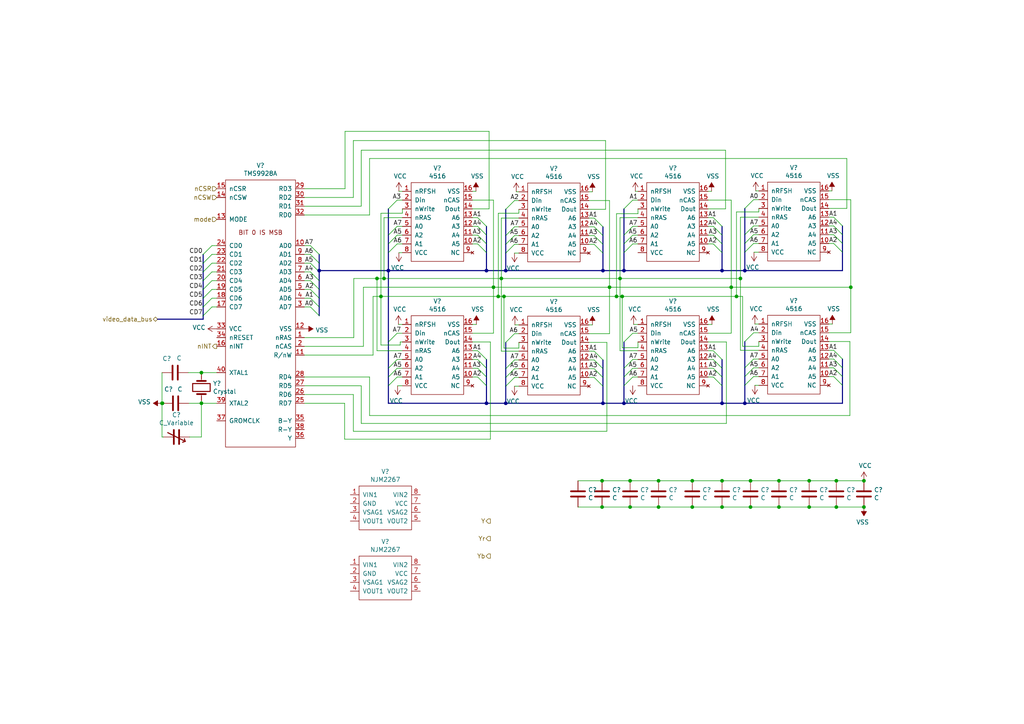
<source format=kicad_sch>
(kicad_sch (version 20211123) (generator eeschema)
  (paper "A4")
  (lib_symbols
    (symbol "Device:C" (pin_numbers hide) (pin_names (offset 0.254))
      (property "Reference" "C" (at 0.635 2.54 0))
      (property "Value" "C" (at 0.635 -2.54 0))
      (symbol "C_0_1"
        (polyline (pts (xy -2.032 -0.762) (xy 2.032 -0.762)) (stroke (width 0.508)))
        (polyline (pts (xy -2.032 0.762) (xy 2.032 0.762)) (stroke (width 0.508)))
      )
      (symbol "C_1_1"
        (pin passive line (at 0 3.81 270) (length 2.794) (name "~") (number "1"))
        (pin passive line (at 0 -3.81 90) (length 2.794) (name "~") (number "2"))
      )
    )
    (symbol "Device:C_Variable" (pin_numbers hide) (pin_names (offset 0.254) hide)
      (property "Reference" "C" (at 0.635 -1.905 0))
      (property "Value" "C_Variable" (at 0.635 -3.81 0))
      (symbol "C_Variable_0_1"
        (polyline (pts (xy -2.032 -0.762) (xy 2.032 -0.762)) (stroke (width 0.508)))
        (polyline (pts (xy -2.032 0.762) (xy 2.032 0.762)) (stroke (width 0.508)))
        (polyline (pts (xy 1.27 2.54) (xy -1.27 -2.54)) (stroke (width 0.3048)))
        (polyline (pts (xy 1.27 2.54) (xy 0.508 2.286)) (stroke (width 0.3048)))
        (polyline (pts (xy 1.27 2.54) (xy 1.524 1.778)) (stroke (width 0.3048)))
      )
      (symbol "C_Variable_1_1"
        (pin passive line (at 0 3.81 270) (length 3.048) (name "~") (number "1"))
        (pin passive line (at 0 -3.81 90) (length 3.048) (name "~") (number "2"))
      )
    )
    (symbol "Device:Crystal" (pin_numbers hide) (pin_names (offset 1.016) hide)
      (property "Reference" "Y" (at 0 3.81 0))
      (property "Value" "Crystal" (at 0 -3.81 0))
      (symbol "Crystal_0_1"
        (rectangle (start -1.143 2.54) (end 1.143 -2.54) (stroke (width 0.3048)))
        (polyline (pts (xy -2.54 0) (xy -1.905 0)))
        (polyline (pts (xy -1.905 -1.27) (xy -1.905 1.27)) (stroke (width 0.508)))
        (polyline (pts (xy 1.905 -1.27) (xy 1.905 1.27)) (stroke (width 0.508)))
        (polyline (pts (xy 2.54 0) (xy 1.905 0)))
      )
      (symbol "Crystal_1_1"
        (pin passive line (at -3.81 0 0) (length 1.27) (name "1") (number "1"))
        (pin passive line (at 3.81 0 180) (length 1.27) (name "2") (number "2"))
      )
    )
    (symbol "VINTAGE_PC_VIDEO:4516" (pin_names (offset 1.016))
      (property "Reference" "V" (at 0 7.62 0))
      (property "Value" "4516" (at 0 5.08 0))
      (symbol "4516_0_1"
        (rectangle (start -7.62 3.81) (end 7.62 -19.05))
      )
      (symbol "4516_1_1"
        (pin input line (at -10.16 1.27 0) (length 2.54) (name "nRFSH") (number "1"))
        (pin input line (at 10.16 -13.97 180) (length 2.54) (name "A5") (number "10"))
        (pin input line (at 10.16 -11.43 180) (length 2.54) (name "A4") (number "11"))
        (pin input line (at 10.16 -8.89 180) (length 2.54) (name "A3") (number "12"))
        (pin input line (at 10.16 -6.35 180) (length 2.54) (name "A6") (number "13"))
        (pin output line (at 10.16 -3.81 180) (length 2.54) (name "Dout") (number "14"))
        (pin input line (at 10.16 -1.27 180) (length 2.54) (name "nCAS") (number "15"))
        (pin power_in line (at 10.16 1.27 180) (length 2.54) (name "VSS") (number "16"))
        (pin input line (at -10.16 -1.27 0) (length 2.54) (name "Din") (number "2"))
        (pin input line (at -10.16 -3.81 0) (length 2.54) (name "nWrite") (number "3"))
        (pin input line (at -10.16 -6.35 0) (length 2.54) (name "nRAS") (number "4"))
        (pin input line (at -10.16 -8.89 0) (length 2.54) (name "A0") (number "5"))
        (pin input line (at -10.16 -11.43 0) (length 2.54) (name "A2") (number "6"))
        (pin input line (at -10.16 -13.97 0) (length 2.54) (name "A1") (number "7"))
        (pin power_in line (at -10.16 -16.51 0) (length 2.54) (name "VCC") (number "8"))
        (pin no_connect line (at 10.16 -16.51 180) (length 2.54) (name "NC") (number "9"))
      )
    )
    (symbol "VINTAGE_PC_VIDEO:NJM2267" (pin_names (offset 1.016))
      (property "Reference" "V" (at 0 6.35 0))
      (property "Value" "NJM2267" (at 0 3.81 0))
      (symbol "NJM2267_0_1"
        (rectangle (start -7.62 2.54) (end 7.62 -10.16))
      )
      (symbol "NJM2267_1_1"
        (pin input line (at -10.16 0 0) (length 2.54) (name "VIN1") (number "1"))
        (pin power_in line (at -10.16 -2.54 0) (length 2.54) (name "GND") (number "2"))
        (pin input line (at -10.16 -5.08 0) (length 2.54) (name "VSAG1") (number "3"))
        (pin output line (at -10.16 -7.62 0) (length 2.54) (name "VOUT1") (number "4"))
        (pin output line (at 10.16 -7.62 180) (length 2.54) (name "VOUT2") (number "5"))
        (pin input line (at 10.16 -5.08 180) (length 2.54) (name "VSAG2") (number "6"))
        (pin power_in line (at 10.16 -2.54 180) (length 2.54) (name "VCC") (number "7"))
        (pin input line (at 10.16 0 180) (length 2.54) (name "VIN2") (number "8"))
      )
    )
    (symbol "VINTAGE_PC_VIDEO:TMS9928A" (pin_names (offset 1.016))
      (property "Reference" "V" (at 0 11.43 0))
      (property "Value" "TMS9928A" (at 0 8.89 0))
      (symbol "TMS9928A_0_0"
        (text "BIT 0 IS MSB" (at 0 -7.62 0) (effects (font (size 1.27 1.27))))
      )
      (symbol "TMS9928A_0_1"
        (rectangle (start -10.16 7.62) (end 10.16 -69.85))
      )
      (symbol "TMS9928A_1_1"
        (pin output line (at 12.7 -38.1 180) (length 2.54) (name "nRAS") (number "1"))
        (pin output line (at 12.7 -11.43 180) (length 2.54) (name "AD0") (number "10"))
        (pin output line (at 12.7 -43.18 180) (length 2.54) (name "R/nW") (number "11"))
        (pin power_in line (at 12.7 -35.56 180) (length 2.54) (name "VSS") (number "12"))
        (pin input line (at -12.7 -3.81 0) (length 2.54) (name "MODE") (number "13"))
        (pin input line (at -12.7 2.54 0) (length 2.54) (name "nCSW") (number "14"))
        (pin input line (at -12.7 5.08 0) (length 2.54) (name "nCSR") (number "15"))
        (pin output line (at -12.7 -40.64 0) (length 2.54) (name "nINT") (number "16"))
        (pin bidirectional line (at -12.7 -29.21 0) (length 2.54) (name "CD7") (number "17"))
        (pin bidirectional line (at -12.7 -26.67 0) (length 2.54) (name "CD6") (number "18"))
        (pin bidirectional line (at -12.7 -24.13 0) (length 2.54) (name "CD5") (number "19"))
        (pin output line (at 12.7 -40.64 180) (length 2.54) (name "nCAS") (number "2"))
        (pin bidirectional line (at -12.7 -21.59 0) (length 2.54) (name "CD4") (number "20"))
        (pin bidirectional line (at -12.7 -19.05 0) (length 2.54) (name "CD3") (number "21"))
        (pin bidirectional line (at -12.7 -16.51 0) (length 2.54) (name "CD2") (number "22"))
        (pin bidirectional line (at -12.7 -13.97 0) (length 2.54) (name "CD1") (number "23"))
        (pin bidirectional line (at -12.7 -11.43 0) (length 2.54) (name "CD0") (number "24"))
        (pin output line (at 12.7 -57.15 180) (length 2.54) (name "RD7") (number "25"))
        (pin output line (at 12.7 -54.61 180) (length 2.54) (name "RD6") (number "26"))
        (pin output line (at 12.7 -52.07 180) (length 2.54) (name "RD5") (number "27"))
        (pin output line (at 12.7 -49.53 180) (length 2.54) (name "RD4") (number "28"))
        (pin bidirectional line (at 12.7 5.08 180) (length 2.54) (name "RD3") (number "29"))
        (pin output line (at 12.7 -29.21 180) (length 2.54) (name "AD7") (number "3"))
        (pin bidirectional line (at 12.7 2.54 180) (length 2.54) (name "RD2") (number "30"))
        (pin bidirectional line (at 12.7 0 180) (length 2.54) (name "RD1") (number "31"))
        (pin bidirectional line (at 12.7 -2.54 180) (length 2.54) (name "RD0") (number "32"))
        (pin power_in line (at -12.7 -35.56 0) (length 2.54) (name "VCC") (number "33"))
        (pin input line (at -12.7 -38.1 0) (length 2.54) (name "nRESET") (number "34"))
        (pin output line (at 12.7 -62.23 180) (length 2.54) (name "B-Y") (number "35"))
        (pin output line (at 12.7 -67.31 180) (length 2.54) (name "Y") (number "36"))
        (pin output line (at -12.7 -62.23 0) (length 2.54) (name "GROMCLK") (number "37"))
        (pin output line (at 12.7 -64.77 180) (length 2.54) (name "R-Y") (number "38"))
        (pin bidirectional line (at -12.7 -57.15 0) (length 2.54) (name "XTAL2") (number "39"))
        (pin output line (at 12.7 -26.67 180) (length 2.54) (name "AD6") (number "4"))
        (pin input line (at -12.7 -48.26 0) (length 2.54) (name "XTAL1") (number "40"))
        (pin output line (at 12.7 -24.13 180) (length 2.54) (name "AD5") (number "5"))
        (pin output line (at 12.7 -21.59 180) (length 2.54) (name "AD4") (number "6"))
        (pin output line (at 12.7 -19.05 180) (length 2.54) (name "AD3") (number "7"))
        (pin output line (at 12.7 -16.51 180) (length 2.54) (name "AD2") (number "8"))
        (pin output line (at 12.7 -13.97 180) (length 2.54) (name "AD1") (number "9"))
      )
    )
    (symbol "power:VCC" (power) (pin_names (offset 0))
      (property "Value" "VCC" (at 0 3.81 0))
      (symbol "VCC_0_1"
        (polyline (pts (xy -0.762 1.27) (xy 0 2.54)))
        (polyline (pts (xy 0 0) (xy 0 2.54)))
        (polyline (pts (xy 0 2.54) (xy 0.762 1.27)))
      )
      (symbol "VCC_1_1"
        (pin power_in line (at 0 0 90) (length 0) hide (name "VCC") (number "1"))
      )
    )
    (symbol "power:VSS" (power) (pin_names (offset 0))
      (property "Value" "VSS" (at 0 3.81 0))
      (symbol "VSS_0_1"
        (polyline (pts (xy 0 0) (xy 0 2.54)))
        (polyline (pts (xy 0.762 1.27) (xy -0.762 1.27) (xy 0 2.54) (xy 0.762 1.27)) (fill (type outline)))
      )
      (symbol "VSS_1_1"
        (pin power_in line (at 0 0 90) (length 0) hide (name "VSS") (number "1"))
      )
    )
  )
  (junction (at 180.467 85.979))
  (junction (at 109.347 80.772))
  (junction (at 146.685 78.486))
  (junction (at 242.57 139.446))
  (junction (at 47.117 116.967))
  (junction (at 191.008 147.066))
  (junction (at 92.583 78.486))
  (junction (at 111.379 80.772))
  (junction (at 242.57 147.066))
  (junction (at 145.415 80.772))
  (junction (at 174.879 78.486))
  (junction (at 179.832 80.772))
  (junction (at 146.685 116.967))
  (junction (at 234.696 147.066))
  (junction (at 46.99 116.967))
  (junction (at 182.753 139.446))
  (junction (at 176.784 83.312))
  (junction (at 191.008 139.446))
  (junction (at 141.097 116.967))
  (junction (at 250.571 139.446))
  (junction (at 174.879 116.967))
  (junction (at 141.097 78.486))
  (junction (at 250.571 147.066))
  (junction (at 209.423 116.967))
  (junction (at 216.027 78.486))
  (junction (at 200.787 147.066))
  (junction (at 200.787 139.446))
  (junction (at 180.975 78.486))
  (junction (at 212.09 83.312))
  (junction (at 246.761 83.312))
  (junction (at 174.625 139.446))
  (junction (at 225.933 147.066))
  (junction (at 174.625 147.066))
  (junction (at 112.649 78.486))
  (junction (at 178.816 85.979))
  (junction (at 214.757 80.772))
  (junction (at 209.423 147.066))
  (junction (at 213.614 85.979))
  (junction (at 209.423 139.446))
  (junction (at 58.42 116.967))
  (junction (at 110.49 85.979))
  (junction (at 209.423 78.486))
  (junction (at 144.526 85.979))
  (junction (at 58.42 108.077))
  (junction (at 216.027 116.967))
  (junction (at 180.975 116.967))
  (junction (at 146.177 85.979))
  (junction (at 182.753 147.066))
  (junction (at 217.678 139.446))
  (junction (at 143.129 83.312))
  (junction (at 234.696 139.446))
  (junction (at 217.678 147.066))
  (junction (at 225.933 139.446))
  (bus_entry (at 90.043 78.867) (size 2.54 2.54))
  (bus_entry (at 149.225 109.474) (size -2.54 2.54))
  (bus_entry (at 115.189 65.659) (size -2.54 2.54))
  (bus_entry (at 183.515 65.659) (size -2.54 2.54))
  (bus_entry (at 172.339 70.866) (size 2.54 2.54))
  (bus_entry (at 90.043 73.787) (size 2.54 2.54))
  (bus_entry (at 149.225 106.934) (size -2.54 2.54))
  (bus_entry (at 115.189 104.267) (size -2.54 2.54))
  (bus_entry (at 183.515 70.739) (size -2.54 2.54))
  (bus_entry (at 183.515 68.199) (size -2.54 2.54))
  (bus_entry (at 149.225 58.166) (size -2.54 2.54))
  (bus_entry (at 90.043 89.027) (size 2.54 2.54))
  (bus_entry (at 218.567 68.072) (size -2.54 2.54))
  (bus_entry (at 218.567 57.912) (size -2.54 2.54))
  (bus_entry (at 149.225 70.866) (size -2.54 2.54))
  (bus_entry (at 61.468 76.327) (size -2.54 2.54))
  (bus_entry (at 183.515 96.647) (size -2.54 2.54))
  (bus_entry (at 172.339 104.394) (size 2.54 2.54))
  (bus_entry (at 218.567 65.532) (size -2.54 2.54))
  (bus_entry (at 241.808 62.992) (size 2.54 2.54))
  (bus_entry (at 138.557 106.807) (size 2.54 2.54))
  (bus_entry (at 149.225 96.774) (size -2.54 2.54))
  (bus_entry (at 90.043 86.487) (size 2.54 2.54))
  (bus_entry (at 115.189 68.199) (size -2.54 2.54))
  (bus_entry (at 241.808 65.532) (size 2.54 2.54))
  (bus_entry (at 61.468 89.027) (size -2.54 2.54))
  (bus_entry (at 172.339 63.246) (size 2.54 2.54))
  (bus_entry (at 206.883 70.739) (size 2.54 2.54))
  (bus_entry (at 115.189 109.347) (size -2.54 2.54))
  (bus_entry (at 90.043 83.947) (size 2.54 2.54))
  (bus_entry (at 61.468 86.487) (size -2.54 2.54))
  (bus_entry (at 241.808 106.68) (size 2.54 2.54))
  (bus_entry (at 115.189 96.647) (size -2.54 2.54))
  (bus_entry (at 218.567 106.68) (size -2.54 2.54))
  (bus_entry (at 61.468 71.247) (size -2.54 2.54))
  (bus_entry (at 172.339 109.474) (size 2.54 2.54))
  (bus_entry (at 206.883 109.347) (size 2.54 2.54))
  (bus_entry (at 241.808 68.072) (size 2.54 2.54))
  (bus_entry (at 138.557 63.119) (size 2.54 2.54))
  (bus_entry (at 115.189 106.807) (size -2.54 2.54))
  (bus_entry (at 206.883 101.727) (size 2.54 2.54))
  (bus_entry (at 61.468 81.407) (size -2.54 2.54))
  (bus_entry (at 61.468 78.867) (size -2.54 2.54))
  (bus_entry (at 149.225 68.326) (size -2.54 2.54))
  (bus_entry (at 183.515 58.039) (size -2.54 2.54))
  (bus_entry (at 172.339 68.326) (size 2.54 2.54))
  (bus_entry (at 218.567 70.612) (size -2.54 2.54))
  (bus_entry (at 218.567 109.22) (size -2.54 2.54))
  (bus_entry (at 149.225 104.394) (size -2.54 2.54))
  (bus_entry (at 218.567 104.14) (size -2.54 2.54))
  (bus_entry (at 115.189 58.039) (size -2.54 2.54))
  (bus_entry (at 241.808 109.22) (size 2.54 2.54))
  (bus_entry (at 241.808 104.14) (size 2.54 2.54))
  (bus_entry (at 138.557 68.199) (size 2.54 2.54))
  (bus_entry (at 241.808 101.6) (size 2.54 2.54))
  (bus_entry (at 183.515 106.807) (size -2.54 2.54))
  (bus_entry (at 138.557 101.727) (size 2.54 2.54))
  (bus_entry (at 206.883 104.267) (size 2.54 2.54))
  (bus_entry (at 206.883 106.807) (size 2.54 2.54))
  (bus_entry (at 138.557 104.267) (size 2.54 2.54))
  (bus_entry (at 206.883 68.199) (size 2.54 2.54))
  (bus_entry (at 149.225 65.786) (size -2.54 2.54))
  (bus_entry (at 90.043 71.247) (size 2.54 2.54))
  (bus_entry (at 61.468 73.787) (size -2.54 2.54))
  (bus_entry (at 172.339 106.934) (size 2.54 2.54))
  (bus_entry (at 183.515 104.267) (size -2.54 2.54))
  (bus_entry (at 90.043 76.327) (size 2.54 2.54))
  (bus_entry (at 61.468 83.947) (size -2.54 2.54))
  (bus_entry (at 115.189 70.739) (size -2.54 2.54))
  (bus_entry (at 218.567 96.52) (size -2.54 2.54))
  (bus_entry (at 183.515 109.347) (size -2.54 2.54))
  (bus_entry (at 90.043 81.407) (size 2.54 2.54))
  (bus_entry (at 172.339 65.786) (size 2.54 2.54))
  (bus_entry (at 138.557 70.739) (size 2.54 2.54))
  (bus_entry (at 172.339 101.854) (size 2.54 2.54))
  (bus_entry (at 138.557 109.347) (size 2.54 2.54))
  (bus_entry (at 241.808 70.612) (size 2.54 2.54))
  (bus_entry (at 206.883 63.119) (size 2.54 2.54))
  (bus_entry (at 206.883 65.659) (size 2.54 2.54))
  (bus_entry (at 138.557 65.659) (size 2.54 2.54))
  (bus (pts (xy 180.975 111.887) (xy 180.975 116.967)))
  (bus (pts (xy 216.027 99.06) (xy 216.027 106.68)))
  (wire (pts (xy 149.225 70.866) (xy 150.495 70.866)))
  (wire (pts (xy 115.316 111.887) (xy 116.713 111.887)))
  (wire (pts (xy 110.49 61.849) (xy 116.713 61.849)))
  (wire (pts (xy 205.359 101.727) (xy 206.883 101.727)))
  (wire (pts (xy 145.415 63.246) (xy 145.415 80.772)))
  (bus (pts (xy 58.928 81.407) (xy 58.928 83.947)))
  (wire (pts (xy 242.57 139.446) (xy 250.571 139.446)))
  (wire (pts (xy 185.039 60.579) (xy 185.039 61.976)))
  (wire (pts (xy 185.039 94.107) (xy 183.769 94.107)))
  (wire (pts (xy 110.49 100.076) (xy 116.078 100.076)))
  (wire (pts (xy 47.371 126.746) (xy 46.99 126.746)))
  (wire (pts (xy 179.832 80.772) (xy 179.832 101.727)))
  (bus (pts (xy 112.649 78.486) (xy 141.097 78.486)))
  (wire (pts (xy 58.42 116.967) (xy 62.865 116.967)))
  (wire (pts (xy 99.949 116.967) (xy 99.949 127.381)))
  (wire (pts (xy 88.265 116.967) (xy 99.949 116.967)))
  (wire (pts (xy 144.526 85.979) (xy 146.177 85.979)))
  (bus (pts (xy 92.583 73.787) (xy 92.583 76.327)))
  (wire (pts (xy 183.515 65.659) (xy 185.039 65.659)))
  (bus (pts (xy 216.027 106.68) (xy 216.027 109.22)))
  (wire (pts (xy 110.49 85.979) (xy 144.526 85.979)))
  (wire (pts (xy 110.49 61.849) (xy 110.49 85.979)))
  (wire (pts (xy 109.347 101.727) (xy 116.713 101.727)))
  (wire (pts (xy 205.359 58.039) (xy 212.09 58.039)))
  (bus (pts (xy 141.097 109.347) (xy 141.097 111.887)))
  (bus (pts (xy 92.583 78.867) (xy 92.583 81.407)))
  (wire (pts (xy 179.832 63.119) (xy 179.832 80.772)))
  (wire (pts (xy 146.177 100.965) (xy 146.177 85.979)))
  (wire (pts (xy 150.495 99.314) (xy 150.495 100.965)))
  (wire (pts (xy 170.815 55.626) (xy 171.831 55.626)))
  (wire (pts (xy 137.033 63.119) (xy 138.557 63.119)))
  (wire (pts (xy 102.616 80.772) (xy 102.616 97.917)))
  (wire (pts (xy 58.928 86.487) (xy 58.801 86.487)))
  (wire (pts (xy 100.076 38.1) (xy 141.859 38.1)))
  (wire (pts (xy 116.713 61.849) (xy 116.713 60.579)))
  (wire (pts (xy 104.775 111.887) (xy 104.775 122.809)))
  (wire (pts (xy 170.815 94.234) (xy 171.831 94.234)))
  (wire (pts (xy 205.359 106.807) (xy 206.883 106.807)))
  (wire (pts (xy 115.189 106.807) (xy 116.713 106.807)))
  (wire (pts (xy 218.948 93.98) (xy 220.091 93.98)))
  (wire (pts (xy 138.557 70.739) (xy 137.033 70.739)))
  (wire (pts (xy 210.439 60.579) (xy 210.439 43.561)))
  (wire (pts (xy 105.41 100.457) (xy 105.41 83.312)))
  (wire (pts (xy 212.09 96.647) (xy 212.09 83.312)))
  (wire (pts (xy 143.129 83.312) (xy 176.784 83.312)))
  (wire (pts (xy 88.265 73.787) (xy 90.043 73.787)))
  (wire (pts (xy 241.808 101.6) (xy 240.411 101.6)))
  (bus (pts (xy 244.348 73.152) (xy 244.348 78.486)))
  (bus (pts (xy 146.685 99.314) (xy 146.685 106.934)))
  (wire (pts (xy 144.526 61.849) (xy 144.526 85.979)))
  (wire (pts (xy 149.225 58.166) (xy 150.495 58.166)))
  (bus (pts (xy 180.975 70.739) (xy 180.975 73.279)))
  (wire (pts (xy 183.515 96.647) (xy 185.039 96.647)))
  (wire (pts (xy 58.42 108.585) (xy 58.42 108.077)))
  (wire (pts (xy 62.865 89.027) (xy 61.468 89.027)))
  (bus (pts (xy 112.649 73.279) (xy 112.649 78.486)))
  (bus (pts (xy 174.879 78.486) (xy 180.975 78.486)))
  (wire (pts (xy 240.411 109.22) (xy 241.808 109.22)))
  (wire (pts (xy 88.265 114.427) (xy 102.489 114.427)))
  (wire (pts (xy 170.815 96.774) (xy 176.784 96.774)))
  (wire (pts (xy 143.129 96.647) (xy 143.129 83.312)))
  (wire (pts (xy 107.188 45.974) (xy 245.618 45.974)))
  (wire (pts (xy 212.09 83.312) (xy 212.09 58.039)))
  (bus (pts (xy 244.348 106.68) (xy 244.348 109.22)))
  (wire (pts (xy 61.468 81.407) (xy 62.865 81.407)))
  (wire (pts (xy 214.757 80.772) (xy 214.757 62.992)))
  (wire (pts (xy 220.091 96.52) (xy 218.567 96.52)))
  (wire (pts (xy 109.347 80.772) (xy 111.379 80.772)))
  (bus (pts (xy 141.097 68.199) (xy 141.097 70.739)))
  (wire (pts (xy 102.616 80.772) (xy 109.347 80.772)))
  (bus (pts (xy 174.879 70.866) (xy 174.879 73.406)))
  (bus (pts (xy 112.649 116.967) (xy 141.097 116.967)))
  (wire (pts (xy 240.411 60.452) (xy 245.618 60.452)))
  (bus (pts (xy 209.423 68.199) (xy 209.423 70.739)))
  (wire (pts (xy 88.265 109.347) (xy 107.188 109.347)))
  (wire (pts (xy 142.24 127.381) (xy 142.24 99.187)))
  (bus (pts (xy 146.685 60.706) (xy 146.685 68.326)))
  (bus (pts (xy 209.423 65.659) (xy 209.423 68.199)))
  (bus (pts (xy 180.975 68.199) (xy 180.975 70.739)))
  (bus (pts (xy 146.685 78.486) (xy 174.879 78.486)))
  (bus (pts (xy 244.348 65.532) (xy 244.348 68.072)))
  (wire (pts (xy 240.411 55.372) (xy 241.3 55.372)))
  (wire (pts (xy 88.265 54.737) (xy 100.076 54.737)))
  (bus (pts (xy 209.423 109.347) (xy 209.423 111.887)))
  (bus (pts (xy 174.879 116.967) (xy 146.685 116.967)))
  (bus (pts (xy 209.423 73.279) (xy 209.423 78.486)))
  (wire (pts (xy 205.359 99.187) (xy 210.693 99.187)))
  (wire (pts (xy 191.008 139.446) (xy 182.753 139.446)))
  (wire (pts (xy 58.928 83.947) (xy 58.801 83.947)))
  (wire (pts (xy 58.928 73.787) (xy 58.801 73.787)))
  (bus (pts (xy 174.879 65.786) (xy 174.879 68.326)))
  (wire (pts (xy 109.347 101.727) (xy 109.347 80.772)))
  (wire (pts (xy 150.495 61.849) (xy 144.526 61.849)))
  (wire (pts (xy 210.693 122.809) (xy 210.693 99.187)))
  (wire (pts (xy 150.495 100.965) (xy 146.177 100.965)))
  (wire (pts (xy 108.204 85.979) (xy 110.49 85.979)))
  (bus (pts (xy 141.097 111.887) (xy 141.097 116.967)))
  (wire (pts (xy 218.567 109.22) (xy 220.091 109.22)))
  (wire (pts (xy 102.489 40.767) (xy 175.641 40.767)))
  (wire (pts (xy 213.614 61.468) (xy 220.091 61.468)))
  (bus (pts (xy 141.097 65.659) (xy 141.097 68.199)))
  (wire (pts (xy 104.775 59.817) (xy 104.775 43.561)))
  (bus (pts (xy 92.583 78.486) (xy 112.649 78.486)))
  (wire (pts (xy 102.489 57.277) (xy 102.489 40.767)))
  (bus (pts (xy 209.423 111.887) (xy 209.423 116.967)))
  (wire (pts (xy 88.265 71.247) (xy 90.043 71.247)))
  (wire (pts (xy 62.865 108.077) (xy 58.42 108.077)))
  (wire (pts (xy 149.225 109.474) (xy 150.495 109.474)))
  (bus (pts (xy 92.583 76.327) (xy 92.583 78.486)))
  (wire (pts (xy 88.265 78.867) (xy 90.043 78.867)))
  (wire (pts (xy 183.515 109.347) (xy 185.039 109.347)))
  (wire (pts (xy 218.567 65.532) (xy 220.091 65.532)))
  (bus (pts (xy 244.348 104.14) (xy 244.348 106.68)))
  (wire (pts (xy 88.265 76.327) (xy 90.043 76.327)))
  (bus (pts (xy 112.649 70.739) (xy 112.649 73.279)))
  (wire (pts (xy 110.49 100.076) (xy 110.49 85.979)))
  (wire (pts (xy 170.815 101.854) (xy 172.339 101.854)))
  (wire (pts (xy 88.265 102.997) (xy 108.204 102.997)))
  (bus (pts (xy 58.928 73.787) (xy 58.928 76.327)))
  (wire (pts (xy 191.008 139.446) (xy 200.787 139.446)))
  (wire (pts (xy 62.865 76.327) (xy 61.468 76.327)))
  (bus (pts (xy 209.423 78.486) (xy 216.027 78.486)))
  (wire (pts (xy 108.204 102.997) (xy 108.204 85.979)))
  (bus (pts (xy 146.685 116.967) (xy 141.097 116.967)))
  (bus (pts (xy 216.027 70.612) (xy 216.027 73.152)))
  (wire (pts (xy 212.09 83.312) (xy 246.761 83.312)))
  (wire (pts (xy 146.177 85.979) (xy 178.816 85.979)))
  (wire (pts (xy 88.265 111.887) (xy 104.775 111.887)))
  (wire (pts (xy 116.078 99.187) (xy 116.078 100.076)))
  (wire (pts (xy 61.468 73.787) (xy 62.865 73.787)))
  (wire (pts (xy 88.265 57.277) (xy 102.489 57.277)))
  (wire (pts (xy 99.949 127.381) (xy 142.24 127.381)))
  (wire (pts (xy 115.189 104.267) (xy 116.713 104.267)))
  (wire (pts (xy 170.815 63.246) (xy 172.339 63.246)))
  (wire (pts (xy 185.039 68.199) (xy 183.515 68.199)))
  (wire (pts (xy 217.678 139.446) (xy 225.933 139.446)))
  (wire (pts (xy 149.225 73.406) (xy 150.495 73.406)))
  (bus (pts (xy 141.097 70.739) (xy 141.097 73.279)))
  (bus (pts (xy 209.423 106.807) (xy 209.423 109.347)))
  (wire (pts (xy 137.033 106.807) (xy 138.557 106.807)))
  (wire (pts (xy 180.467 85.979) (xy 213.614 85.979)))
  (bus (pts (xy 244.348 116.967) (xy 216.027 116.967)))
  (wire (pts (xy 241.808 62.992) (xy 240.411 62.992)))
  (bus (pts (xy 112.649 106.807) (xy 112.649 109.347)))
  (bus (pts (xy 244.348 109.22) (xy 244.348 111.76)))
  (wire (pts (xy 176.022 125.095) (xy 176.022 99.314)))
  (wire (pts (xy 170.815 104.394) (xy 172.339 104.394)))
  (wire (pts (xy 170.815 60.706) (xy 175.641 60.706)))
  (bus (pts (xy 58.928 86.487) (xy 58.928 89.027)))
  (wire (pts (xy 149.225 65.786) (xy 150.495 65.786)))
  (bus (pts (xy 58.928 92.583) (xy 45.72 92.583)))
  (wire (pts (xy 58.928 78.867) (xy 58.801 78.867)))
  (wire (pts (xy 179.832 80.772) (xy 214.757 80.772)))
  (bus (pts (xy 216.027 60.452) (xy 216.027 68.072)))
  (wire (pts (xy 111.379 63.119) (xy 111.379 80.772)))
  (wire (pts (xy 58.42 108.077) (xy 54.61 108.077)))
  (bus (pts (xy 216.027 68.072) (xy 216.027 70.612)))
  (bus (pts (xy 92.583 83.947) (xy 92.583 86.487)))
  (wire (pts (xy 107.188 62.357) (xy 107.188 45.974)))
  (wire (pts (xy 58.928 76.327) (xy 58.801 76.327)))
  (wire (pts (xy 242.57 147.066) (xy 234.696 147.066)))
  (wire (pts (xy 170.815 65.786) (xy 172.339 65.786)))
  (wire (pts (xy 246.507 120.523) (xy 246.507 99.06)))
  (bus (pts (xy 174.879 104.394) (xy 174.879 106.934)))
  (wire (pts (xy 219.202 55.372) (xy 220.091 55.372)))
  (bus (pts (xy 92.583 78.486) (xy 92.583 78.867)))
  (wire (pts (xy 176.784 58.166) (xy 176.784 83.312)))
  (bus (pts (xy 58.928 76.327) (xy 58.928 78.867)))
  (wire (pts (xy 185.039 106.807) (xy 183.515 106.807)))
  (wire (pts (xy 185.039 61.976) (xy 178.816 61.976)))
  (wire (pts (xy 246.761 57.912) (xy 246.761 83.312)))
  (wire (pts (xy 150.495 68.326) (xy 149.225 68.326)))
  (wire (pts (xy 240.411 70.612) (xy 241.808 70.612)))
  (wire (pts (xy 240.411 65.532) (xy 241.808 65.532)))
  (wire (pts (xy 205.359 68.199) (xy 206.883 68.199)))
  (bus (pts (xy 209.423 70.739) (xy 209.423 73.279)))
  (wire (pts (xy 225.933 147.066) (xy 217.678 147.066)))
  (wire (pts (xy 88.265 100.457) (xy 105.41 100.457)))
  (wire (pts (xy 88.265 86.487) (xy 90.043 86.487)))
  (wire (pts (xy 185.039 101.727) (xy 179.832 101.727)))
  (wire (pts (xy 214.757 62.992) (xy 220.091 62.992)))
  (wire (pts (xy 138.557 109.347) (xy 137.033 109.347)))
  (bus (pts (xy 209.423 116.967) (xy 180.975 116.967)))
  (wire (pts (xy 116.713 63.119) (xy 111.379 63.119)))
  (bus (pts (xy 146.685 112.014) (xy 146.685 116.967)))
  (bus (pts (xy 180.975 78.486) (xy 209.423 78.486)))
  (bus (pts (xy 112.649 109.347) (xy 112.649 111.887)))
  (wire (pts (xy 176.784 83.312) (xy 212.09 83.312)))
  (bus (pts (xy 180.975 99.187) (xy 180.975 106.807)))
  (wire (pts (xy 115.189 58.039) (xy 116.713 58.039)))
  (wire (pts (xy 209.423 147.066) (xy 200.787 147.066)))
  (wire (pts (xy 170.815 58.166) (xy 176.784 58.166)))
  (wire (pts (xy 206.883 65.659) (xy 205.359 65.659)))
  (wire (pts (xy 150.495 101.854) (xy 145.415 101.854)))
  (wire (pts (xy 220.091 106.68) (xy 218.567 106.68)))
  (wire (pts (xy 205.359 60.579) (xy 210.439 60.579)))
  (wire (pts (xy 149.352 94.234) (xy 150.495 94.234)))
  (wire (pts (xy 150.495 106.934) (xy 149.225 106.934)))
  (bus (pts (xy 216.027 111.76) (xy 216.027 116.967)))
  (wire (pts (xy 141.859 38.1) (xy 141.859 60.579)))
  (bus (pts (xy 244.348 111.76) (xy 244.348 116.967)))
  (wire (pts (xy 88.265 89.027) (xy 90.043 89.027)))
  (wire (pts (xy 88.265 97.917) (xy 102.616 97.917)))
  (wire (pts (xy 88.265 81.407) (xy 90.043 81.407)))
  (wire (pts (xy 150.495 63.246) (xy 145.415 63.246)))
  (wire (pts (xy 138.557 65.659) (xy 137.033 65.659)))
  (bus (pts (xy 141.097 78.486) (xy 146.685 78.486)))
  (bus (pts (xy 141.097 104.267) (xy 141.097 106.807)))
  (bus (pts (xy 146.685 70.866) (xy 146.685 73.406)))
  (wire (pts (xy 115.189 96.647) (xy 116.713 96.647)))
  (wire (pts (xy 116.078 99.187) (xy 116.713 99.187)))
  (wire (pts (xy 88.265 62.357) (xy 107.188 62.357)))
  (bus (pts (xy 92.583 86.487) (xy 92.583 89.027)))
  (bus (pts (xy 180.975 109.347) (xy 180.975 111.887)))
  (wire (pts (xy 220.091 101.6) (xy 214.757 101.6)))
  (wire (pts (xy 137.033 60.579) (xy 141.859 60.579)))
  (wire (pts (xy 174.625 147.066) (xy 182.753 147.066)))
  (wire (pts (xy 100.076 54.737) (xy 100.076 38.1)))
  (wire (pts (xy 54.991 126.746) (xy 58.42 126.746)))
  (wire (pts (xy 218.948 111.76) (xy 220.091 111.76)))
  (wire (pts (xy 170.815 109.474) (xy 172.339 109.474)))
  (wire (pts (xy 240.411 99.06) (xy 246.507 99.06)))
  (bus (pts (xy 58.928 91.567) (xy 58.928 92.583)))
  (wire (pts (xy 115.189 68.199) (xy 116.713 68.199)))
  (wire (pts (xy 175.641 40.767) (xy 175.641 60.706)))
  (wire (pts (xy 241.808 106.68) (xy 240.411 106.68)))
  (bus (pts (xy 216.027 116.967) (xy 209.423 116.967)))
  (wire (pts (xy 115.189 109.347) (xy 116.713 109.347)))
  (wire (pts (xy 178.816 61.976) (xy 178.816 85.979)))
  (wire (pts (xy 220.091 100.457) (xy 215.392 100.457)))
  (bus (pts (xy 216.027 73.152) (xy 216.027 78.486)))
  (wire (pts (xy 61.468 78.867) (xy 62.865 78.867)))
  (bus (pts (xy 209.423 104.267) (xy 209.423 106.807)))
  (wire (pts (xy 240.411 57.912) (xy 246.761 57.912)))
  (bus (pts (xy 244.348 78.486) (xy 216.027 78.486)))
  (wire (pts (xy 137.033 58.039) (xy 143.129 58.039)))
  (wire (pts (xy 102.489 125.095) (xy 176.022 125.095)))
  (bus (pts (xy 146.685 109.474) (xy 146.685 112.014)))
  (wire (pts (xy 218.567 104.14) (xy 220.091 104.14)))
  (wire (pts (xy 240.411 96.52) (xy 246.761 96.52)))
  (wire (pts (xy 62.865 83.947) (xy 61.468 83.947)))
  (wire (pts (xy 217.678 147.066) (xy 209.423 147.066)))
  (wire (pts (xy 214.757 101.6) (xy 214.757 80.772)))
  (wire (pts (xy 250.571 147.066) (xy 242.57 147.066)))
  (wire (pts (xy 115.697 73.279) (xy 116.713 73.279)))
  (wire (pts (xy 234.696 147.066) (xy 225.933 147.066)))
  (bus (pts (xy 180.975 116.967) (xy 174.879 116.967)))
  (bus (pts (xy 112.649 99.187) (xy 112.649 106.807)))
  (wire (pts (xy 183.515 58.039) (xy 185.039 58.039)))
  (wire (pts (xy 150.495 96.774) (xy 149.225 96.774)))
  (wire (pts (xy 174.625 139.446) (xy 167.64 139.446)))
  (wire (pts (xy 143.129 58.039) (xy 143.129 83.312)))
  (wire (pts (xy 205.359 96.647) (xy 212.09 96.647)))
  (wire (pts (xy 209.423 139.446) (xy 217.678 139.446)))
  (wire (pts (xy 61.468 86.487) (xy 62.865 86.487)))
  (bus (pts (xy 244.348 70.612) (xy 244.348 73.152)))
  (wire (pts (xy 104.775 122.809) (xy 210.693 122.809)))
  (bus (pts (xy 58.928 89.027) (xy 58.928 91.567)))
  (wire (pts (xy 182.753 139.446) (xy 174.625 139.446)))
  (bus (pts (xy 244.348 68.072) (xy 244.348 70.612)))
  (wire (pts (xy 240.411 93.98) (xy 241.427 93.98)))
  (wire (pts (xy 46.99 116.967) (xy 46.99 108.077)))
  (wire (pts (xy 137.033 94.107) (xy 138.176 94.107)))
  (wire (pts (xy 183.515 104.267) (xy 185.039 104.267)))
  (bus (pts (xy 174.879 68.326) (xy 174.879 70.866)))
  (wire (pts (xy 58.928 81.407) (xy 58.801 81.407)))
  (wire (pts (xy 137.033 96.647) (xy 143.129 96.647)))
  (wire (pts (xy 115.189 70.739) (xy 116.713 70.739)))
  (wire (pts (xy 149.225 104.394) (xy 150.495 104.394)))
  (wire (pts (xy 102.489 114.427) (xy 102.489 125.095)))
  (wire (pts (xy 185.039 99.187) (xy 185.039 100.838)))
  (wire (pts (xy 115.697 55.499) (xy 116.713 55.499)))
  (wire (pts (xy 205.359 94.107) (xy 206.502 94.107)))
  (wire (pts (xy 170.815 99.314) (xy 176.022 99.314)))
  (wire (pts (xy 105.41 83.312) (xy 143.129 83.312)))
  (wire (pts (xy 245.618 45.974) (xy 245.618 60.452)))
  (wire (pts (xy 58.42 116.967) (xy 54.737 116.967)))
  (wire (pts (xy 206.883 70.739) (xy 205.359 70.739)))
  (bus (pts (xy 92.583 89.027) (xy 92.583 91.567)))
  (wire (pts (xy 137.033 101.727) (xy 138.557 101.727)))
  (bus (pts (xy 174.879 73.406) (xy 174.879 78.486)))
  (wire (pts (xy 170.815 70.866) (xy 172.339 70.866)))
  (wire (pts (xy 218.567 70.612) (xy 220.091 70.612)))
  (wire (pts (xy 58.928 91.567) (xy 58.801 91.567)))
  (wire (pts (xy 58.42 116.205) (xy 58.42 116.967)))
  (wire (pts (xy 137.033 55.499) (xy 138.049 55.499)))
  (wire (pts (xy 115.57 94.107) (xy 116.713 94.107)))
  (wire (pts (xy 58.928 89.027) (xy 58.801 89.027)))
  (wire (pts (xy 58.42 126.746) (xy 58.42 116.967)))
  (wire (pts (xy 149.225 112.014) (xy 150.495 112.014)))
  (wire (pts (xy 240.411 104.14) (xy 241.808 104.14)))
  (wire (pts (xy 176.784 96.774) (xy 176.784 83.312)))
  (bus (pts (xy 92.583 81.407) (xy 92.583 83.947)))
  (wire (pts (xy 149.733 55.626) (xy 150.495 55.626)))
  (bus (pts (xy 174.879 109.474) (xy 174.879 112.014)))
  (wire (pts (xy 200.787 139.446) (xy 209.423 139.446)))
  (wire (pts (xy 88.265 83.947) (xy 90.043 83.947)))
  (wire (pts (xy 145.415 101.854) (xy 145.415 80.772)))
  (wire (pts (xy 137.033 68.199) (xy 138.557 68.199)))
  (wire (pts (xy 218.567 57.912) (xy 220.091 57.912)))
  (bus (pts (xy 180.975 106.807) (xy 180.975 109.347)))
  (wire (pts (xy 111.379 80.772) (xy 145.415 80.772)))
  (wire (pts (xy 170.815 68.326) (xy 172.339 68.326)))
  (wire (pts (xy 246.761 96.52) (xy 246.761 83.312)))
  (wire (pts (xy 200.787 147.066) (xy 191.008 147.066)))
  (wire (pts (xy 213.614 85.979) (xy 213.614 61.468)))
  (wire (pts (xy 215.392 100.457) (xy 215.392 85.979)))
  (wire (pts (xy 182.753 147.066) (xy 191.008 147.066)))
  (wire (pts (xy 167.64 147.066) (xy 174.625 147.066)))
  (wire (pts (xy 145.415 80.772) (xy 179.832 80.772)))
  (wire (pts (xy 205.359 63.119) (xy 206.883 63.119)))
  (wire (pts (xy 220.091 68.072) (xy 218.567 68.072)))
  (wire (pts (xy 206.883 109.347) (xy 205.359 109.347)))
  (wire (pts (xy 46.99 126.746) (xy 46.99 116.967)))
  (bus (pts (xy 174.879 106.934) (xy 174.879 109.474)))
  (bus (pts (xy 58.928 78.867) (xy 58.928 81.407)))
  (wire (pts (xy 183.515 70.739) (xy 185.039 70.739)))
  (wire (pts (xy 205.359 55.499) (xy 206.375 55.499)))
  (wire (pts (xy 220.091 99.06) (xy 220.091 100.457)))
  (wire (pts (xy 107.188 109.347) (xy 107.188 120.523)))
  (wire (pts (xy 213.614 85.979) (xy 215.392 85.979)))
  (bus (pts (xy 216.027 109.22) (xy 216.027 111.76)))
  (wire (pts (xy 185.039 100.838) (xy 180.467 100.838)))
  (bus (pts (xy 112.649 111.887) (xy 112.649 116.967)))
  (wire (pts (xy 185.039 63.119) (xy 179.832 63.119)))
  (bus (pts (xy 180.975 60.579) (xy 180.975 68.199)))
  (wire (pts (xy 234.696 139.446) (xy 242.57 139.446)))
  (bus (pts (xy 174.879 112.014) (xy 174.879 116.967)))
  (wire (pts (xy 62.865 71.247) (xy 61.468 71.247)))
  (bus (pts (xy 146.685 68.326) (xy 146.685 70.866)))
  (wire (pts (xy 170.815 106.934) (xy 172.339 106.934)))
  (wire (pts (xy 178.816 85.979) (xy 180.467 85.979)))
  (bus (pts (xy 146.685 73.406) (xy 146.685 78.486)))
  (wire (pts (xy 184.277 55.499) (xy 185.039 55.499)))
  (wire (pts (xy 241.808 68.072) (xy 240.411 68.072)))
  (wire (pts (xy 137.033 99.187) (xy 142.24 99.187)))
  (wire (pts (xy 225.933 139.446) (xy 234.696 139.446)))
  (wire (pts (xy 180.467 100.838) (xy 180.467 85.979)))
  (wire (pts (xy 107.188 120.523) (xy 246.507 120.523)))
  (bus (pts (xy 58.928 83.947) (xy 58.928 86.487)))
  (bus (pts (xy 141.097 73.279) (xy 141.097 78.486)))
  (wire (pts (xy 88.265 59.817) (xy 104.775 59.817)))
  (wire (pts (xy 206.883 104.267) (xy 205.359 104.267)))
  (bus (pts (xy 112.649 68.199) (xy 112.649 70.739)))
  (wire (pts (xy 47.117 116.967) (xy 46.99 116.967)))
  (wire (pts (xy 150.495 60.706) (xy 150.495 61.849)))
  (wire (pts (xy 218.694 73.152) (xy 220.091 73.152)))
  (bus (pts (xy 112.649 60.579) (xy 112.649 68.199)))
  (wire (pts (xy 115.189 65.659) (xy 116.713 65.659)))
  (wire (pts (xy 220.091 61.468) (xy 220.091 60.452)))
  (bus (pts (xy 180.975 73.279) (xy 180.975 78.486)))
  (bus (pts (xy 141.097 106.807) (xy 141.097 109.347)))
  (wire (pts (xy 138.557 104.267) (xy 137.033 104.267)))
  (bus (pts (xy 112.649 78.486) (xy 112.649 99.187)))
  (bus (pts (xy 146.685 106.934) (xy 146.685 109.474)))
  (wire (pts (xy 104.775 43.561) (xy 210.439 43.561)))
  (label "A3" (at 170.815 68.326 0))
  (label "CD7" (at 58.801 91.567 180))
  (label "A4" (at 170.942 104.394 0))
  (label "A7" (at 116.586 104.267 180))
  (label "A5" (at 116.586 68.199 180))
  (label "A1" (at 205.359 63.119 0))
  (label "A4" (at 205.359 65.659 0))
  (label "A3" (at 88.519 81.407 0))
  (label "A6" (at 88.392 73.787 0))
  (label "A7" (at 219.964 104.14 180))
  (label "A1" (at 240.411 101.6 0))
  (label "A6" (at 150.368 109.474 180))
  (label "A7" (at 184.912 104.267 180))
  (label "A7" (at 116.332 96.647 180))
  (label "CD1" (at 58.801 76.327 180))
  (label "A3" (at 116.332 58.039 180))
  (label "A7" (at 150.495 65.786 180))
  (label "A4" (at 240.411 104.14 0))
  (label "A2" (at 205.486 109.347 0))
  (label "A1" (at 205.359 101.727 0))
  (label "A5" (at 184.785 106.807 180))
  (label "A3" (at 240.411 106.68 0))
  (label "A1" (at 88.519 86.487 0))
  (label "A2" (at 205.486 70.739 0))
  (label "A3" (at 205.486 68.199 0))
  (label "A0" (at 88.392 89.027 0))
  (label "A1" (at 240.411 62.992 0))
  (label "A3" (at 240.411 68.072 0))
  (label "A5" (at 219.964 68.072 180))
  (label "CD5" (at 58.801 86.487 180))
  (label "A0" (at 219.964 57.912 180))
  (label "A1" (at 137.16 101.727 0))
  (label "A6" (at 150.241 96.774 180))
  (label "CD0" (at 58.801 73.787 180))
  (label "A6" (at 219.964 109.22 180))
  (label "A5" (at 184.785 68.199 180))
  (label "A4" (at 220.091 96.52 180))
  (label "A3" (at 137.033 68.199 0))
  (label "A5" (at 150.368 68.326 180))
  (label "A5" (at 116.586 106.807 180))
  (label "A4" (at 205.359 104.267 0))
  (label "A7" (at 184.912 65.659 180))
  (label "CD6" (at 58.801 89.027 180))
  (label "A6" (at 184.912 70.739 180))
  (label "A1" (at 170.815 101.854 0))
  (label "A2" (at 88.519 83.947 0))
  (label "CD3" (at 58.801 81.407 180))
  (label "A5" (at 88.392 76.327 0))
  (label "CD4" (at 58.801 83.947 180))
  (label "A7" (at 116.586 65.659 180))
  (label "A3" (at 137.033 106.807 0))
  (label "A4" (at 170.942 65.786 0))
  (label "A2" (at 240.411 70.612 0))
  (label "A6" (at 116.586 109.347 180))
  (label "A7" (at 150.495 104.394 180))
  (label "A3" (at 170.815 106.934 0))
  (label "A7" (at 88.392 71.247 0))
  (label "A2" (at 170.815 70.866 0))
  (label "A2" (at 240.411 109.22 0))
  (label "A5" (at 219.964 106.68 180))
  (label "A1" (at 185.039 58.039 180))
  (label "A7" (at 219.964 65.532 180))
  (label "A6" (at 150.368 70.866 180))
  (label "A2" (at 150.495 58.166 180))
  (label "A2" (at 137.16 109.347 0))
  (label "A6" (at 184.912 109.347 180))
  (label "A2" (at 170.815 109.474 0))
  (label "A3" (at 205.486 106.807 0))
  (label "A4" (at 88.392 78.867 0))
  (label "A6" (at 116.586 70.739 180))
  (label "A1" (at 137.16 63.119 0))
  (label "A4" (at 137.16 104.267 0))
  (label "A2" (at 137.16 70.739 0))
  (label "CD2" (at 58.801 78.867 180))
  (label "A5" (at 150.368 106.934 180))
  (label "A4" (at 137.16 65.659 0))
  (label "A1" (at 170.815 63.246 0))
  (label "A5" (at 185.039 96.647 180))
  (label "A6" (at 219.964 70.612 180))
  (label "A4" (at 240.411 65.532 0))
  (hierarchical_label "nINT" (shape output) (at 62.865 100.457 180))
  (hierarchical_label "Yr" (shape output) (at 142.24 156.21 180))
  (hierarchical_label "Y" (shape output) (at 142.24 151.13 180))
  (hierarchical_label "Yb" (shape output) (at 142.24 161.29 180))
  (hierarchical_label "nCSR" (shape input) (at 62.865 54.737 180))
  (hierarchical_label "nCSW" (shape input) (at 62.865 57.277 180))
  (hierarchical_label "mode" (shape input) (at 62.865 63.627 180))
  (hierarchical_label "video_data_bus" (shape bidirectional) (at 45.72 92.583 180))
  (symbol (lib_id "Device:C") (at 191.008 143.256 0) (unit 1)
    (property "Reference" "C?" (at 193.929 142.0876 0) (effects (justify left)))
    (property "Value" "C" (at 193.929 144.399 0) (effects (justify left)))
  )
  (symbol (lib_id "Device:C") (at 200.787 143.256 0) (unit 1)
    (property "Reference" "C?" (at 203.708 142.0876 0) (effects (justify left)))
    (property "Value" "C" (at 203.708 144.399 0) (effects (justify left)))
  )
  (symbol (lib_id "Device:C") (at 209.423 143.256 0) (unit 1)
    (property "Reference" "C?" (at 212.344 142.0876 0) (effects (justify left)))
    (property "Value" "C" (at 212.344 144.399 0) (effects (justify left)))
  )
  (symbol (lib_id "Device:C") (at 217.678 143.256 0) (unit 1)
    (property "Reference" "C?" (at 220.599 142.0876 0) (effects (justify left)))
    (property "Value" "C" (at 220.599 144.399 0) (effects (justify left)))
  )
  (symbol (lib_id "Device:C") (at 225.933 143.256 0) (unit 1)
    (property "Reference" "C?" (at 228.854 142.0876 0) (effects (justify left)))
    (property "Value" "C" (at 228.854 144.399 0) (effects (justify left)))
  )
  (symbol (lib_id "Device:C") (at 234.696 143.256 0) (unit 1)
    (property "Reference" "C?" (at 237.617 142.0876 0) (effects (justify left)))
    (property "Value" "C" (at 237.617 144.399 0) (effects (justify left)))
  )
  (symbol (lib_id "Device:C") (at 242.57 143.256 0) (unit 1)
    (property "Reference" "C?" (at 245.491 142.0876 0) (effects (justify left)))
    (property "Value" "C" (at 245.491 144.399 0) (effects (justify left)))
  )
  (symbol (lib_id "Device:C") (at 250.571 143.256 0) (unit 1)
    (property "Reference" "C?" (at 253.492 142.0876 0) (effects (justify left)))
    (property "Value" "C" (at 253.492 144.399 0) (effects (justify left)))
  )
  (symbol (lib_id "power:VCC") (at 250.571 139.446 0) (unit 1)
    (property "Reference" "#PWR?" (effects hide))
    (property "Value" "VCC" (at 250.952 135.0518 0))
  )
  (symbol (lib_id "power:VSS") (at 250.571 147.066 180) (unit 1)
    (property "Reference" "#PWR?" (effects hide))
    (property "Value" "VSS" (at 250.19 151.4602 0))
  )
  (symbol (lib_id "Device:C") (at 182.753 143.256 0) (unit 1)
    (property "Reference" "C?" (at 185.674 142.0876 0) (effects (justify left)))
    (property "Value" "C" (at 185.674 144.399 0) (effects (justify left)))
  )
  (symbol (lib_id "Device:C") (at 174.625 143.256 0) (unit 1)
    (property "Reference" "C?" (at 177.546 142.0876 0) (effects (justify left)))
    (property "Value" "C" (at 177.546 144.399 0) (effects (justify left)))
  )
  (symbol (lib_id "Device:C") (at 167.64 143.256 0) (unit 1)
    (property "Reference" "C?" (at 170.561 142.0876 0) (effects (justify left)))
    (property "Value" "C" (at 170.561 144.399 0) (effects (justify left)))
  )
  (symbol (lib_id "VINTAGE_PC_VIDEO:TMS9928A") (at 75.565 59.817 0) (unit 1)
    (property "Reference" "V?" (at 75.565 48.006 0))
    (property "Value" "TMS9928A" (at 75.565 50.3174 0))
  )
  (symbol (lib_id "VINTAGE_PC_VIDEO:4516") (at 230.251 95.25 0) (unit 1)
    (property "Reference" "V?" (at 230.251 87.249 0))
    (property "Value" "4516" (at 230.251 89.5604 0))
  )
  (symbol (lib_id "VINTAGE_PC_VIDEO:4516") (at 195.199 95.377 0) (unit 1)
    (property "Reference" "V?" (at 195.199 87.376 0))
    (property "Value" "4516" (at 195.199 89.6874 0))
  )
  (symbol (lib_id "VINTAGE_PC_VIDEO:4516") (at 160.655 95.504 0) (unit 1)
    (property "Reference" "V?" (at 160.655 87.503 0))
    (property "Value" "4516" (at 160.655 89.8144 0))
  )
  (symbol (lib_id "VINTAGE_PC_VIDEO:4516") (at 126.873 95.377 0) (unit 1)
    (property "Reference" "V?" (at 126.873 87.376 0))
    (property "Value" "4516" (at 126.873 89.6874 0))
  )
  (symbol (lib_id "Device:C") (at 50.8 108.077 90) (unit 1)
    (property "Reference" "C?" (at 48.387 104.013 90))
    (property "Value" "C" (at 51.943 103.886 90))
  )
  (symbol (lib_id "Device:C") (at 50.927 116.967 90) (unit 1)
    (property "Reference" "C?" (at 48.895 112.903 90))
    (property "Value" "C" (at 52.197 112.903 90))
  )
  (symbol (lib_id "Device:Crystal") (at 58.42 112.395 270) (unit 1)
    (property "Reference" "Y?" (at 61.7474 111.2266 90) (effects (justify left)))
    (property "Value" "Crystal" (at 61.7474 113.538 90) (effects (justify left)))
  )
  (symbol (lib_id "VINTAGE_PC_VIDEO:4516") (at 230.251 56.642 0) (unit 1)
    (property "Reference" "V?" (at 230.251 48.641 0))
    (property "Value" "4516" (at 230.251 50.9524 0))
  )
  (symbol (lib_id "VINTAGE_PC_VIDEO:4516") (at 195.199 56.769 0) (unit 1)
    (property "Reference" "V?" (at 195.199 48.768 0))
    (property "Value" "4516" (at 195.199 51.0794 0))
  )
  (symbol (lib_id "VINTAGE_PC_VIDEO:4516") (at 160.655 56.896 0) (unit 1)
    (property "Reference" "V?" (at 160.655 48.895 0))
    (property "Value" "4516" (at 160.655 51.2064 0))
  )
  (symbol (lib_id "VINTAGE_PC_VIDEO:4516") (at 126.873 56.769 0) (unit 1)
    (property "Reference" "V?" (at 126.873 48.768 0))
    (property "Value" "4516" (at 126.873 51.0794 0))
  )
  (symbol (lib_id "Device:C_Variable") (at 51.181 126.746 270) (unit 1)
    (property "Reference" "C?" (at 51.181 120.3452 90))
    (property "Value" "C_Variable" (at 51.181 122.6566 90))
  )
  (symbol (lib_id "power:VSS") (at 46.99 116.967 90) (unit 1)
    (property "Reference" "#PWR?" (effects hide))
    (property "Value" "VSS" (at 43.7388 116.586 90) (effects (justify left)))
  )
  (symbol (lib_id "power:VCC") (at 62.865 95.377 90) (unit 1)
    (property "Reference" "#PWR?" (effects hide))
    (property "Value" "VCC" (at 59.6392 94.996 90) (effects (justify left)))
  )
  (symbol (lib_id "power:VSS") (at 88.265 95.377 270) (unit 1)
    (property "Reference" "#PWR?" (effects hide))
    (property "Value" "VSS" (at 91.5162 95.758 90) (effects (justify left)))
  )
  (symbol (lib_id "VINTAGE_PC_VIDEO:NJM2267") (at 111.76 143.51 0) (unit 1)
    (property "Reference" "V?" (at 111.76 136.779 0))
    (property "Value" "NJM2267" (at 111.76 139.0904 0))
  )
  (symbol (lib_id "VINTAGE_PC_VIDEO:NJM2267") (at 111.76 163.83 0) (unit 1)
    (property "Reference" "V?" (at 111.76 157.099 0))
    (property "Value" "NJM2267" (at 111.76 159.4104 0))
  )
  (symbol (lib_id "power:VCC") (at 115.697 55.499 0) (unit 1)
    (property "Reference" "#PWR?" (effects hide))
    (property "Value" "VCC" (at 116.078 51.1048 0))
  )
  (symbol (lib_id "power:VCC") (at 149.733 55.626 0) (unit 1)
    (property "Reference" "#PWR?" (effects hide))
    (property "Value" "VCC" (at 150.114 51.2318 0))
  )
  (symbol (lib_id "power:VCC") (at 184.277 55.499 0) (unit 1)
    (property "Reference" "#PWR?" (effects hide))
    (property "Value" "VCC" (at 184.658 51.1048 0))
  )
  (symbol (lib_id "power:VCC") (at 219.202 55.372 0) (unit 1)
    (property "Reference" "#PWR?" (effects hide))
    (property "Value" "VCC" (at 219.583 50.9778 0))
  )
  (symbol (lib_id "power:VSS") (at 171.831 55.626 0) (unit 1)
    (property "Reference" "#PWR?" (effects hide))
    (property "Value" "VSS" (at 172.212 51.2318 0))
  )
  (symbol (lib_id "power:VSS") (at 138.049 55.499 0) (unit 1)
    (property "Reference" "#PWR?" (effects hide))
    (property "Value" "VSS" (at 138.43 51.1048 0))
  )
  (symbol (lib_id "power:VSS") (at 206.375 55.499 0) (unit 1)
    (property "Reference" "#PWR?" (effects hide))
    (property "Value" "VSS" (at 206.756 51.1048 0))
  )
  (symbol (lib_id "power:VSS") (at 241.3 55.372 0) (unit 1)
    (property "Reference" "#PWR?" (effects hide))
    (property "Value" "VSS" (at 241.681 50.9778 0))
  )
  (symbol (lib_id "power:VCC") (at 115.697 73.279 180) (unit 1)
    (property "Reference" "#PWR?" (effects hide))
    (property "Value" "VCC" (at 115.316 77.6732 0))
  )
  (symbol (lib_id "power:VCC") (at 149.225 73.406 180) (unit 1)
    (property "Reference" "#PWR?" (effects hide))
    (property "Value" "VCC" (at 148.844 77.8002 0))
  )
  (symbol (lib_id "power:VCC") (at 218.694 73.152 180) (unit 1)
    (property "Reference" "#PWR?" (effects hide))
    (property "Value" "VCC" (at 218.313 77.5462 0))
  )
  (symbol (lib_id "power:VCC") (at 218.948 111.76 180) (unit 1)
    (property "Reference" "#PWR?" (effects hide))
    (property "Value" "VCC" (at 218.567 116.1542 0))
  )
  (symbol (lib_id "power:VCC") (at 183.515 111.887 180) (unit 1)
    (property "Reference" "#PWR?" (effects hide))
    (property "Value" "VCC" (at 183.134 116.2812 0))
  )
  (symbol (lib_id "power:VCC") (at 149.225 112.014 180) (unit 1)
    (property "Reference" "#PWR?" (effects hide))
    (property "Value" "VCC" (at 148.844 116.4082 0))
  )
  (symbol (lib_id "power:VCC") (at 115.316 111.887 180) (unit 1)
    (property "Reference" "#PWR?" (effects hide))
    (property "Value" "VCC" (at 114.935 116.2812 0))
  )
  (symbol (lib_id "power:VCC") (at 115.57 94.107 0) (unit 1)
    (property "Reference" "#PWR?" (effects hide))
    (property "Value" "VCC" (at 115.951 89.7128 0))
  )
  (symbol (lib_id "power:VCC") (at 149.352 94.234 0) (unit 1)
    (property "Reference" "#PWR?" (effects hide))
    (property "Value" "VCC" (at 149.733 89.8398 0))
  )
  (symbol (lib_id "power:VCC") (at 183.769 94.107 0) (unit 1)
    (property "Reference" "#PWR?" (effects hide))
    (property "Value" "VCC" (at 184.15 89.7128 0))
  )
  (symbol (lib_id "power:VCC") (at 218.948 93.98 0) (unit 1)
    (property "Reference" "#PWR?" (effects hide))
    (property "Value" "VCC" (at 219.329 89.5858 0))
  )
  (symbol (lib_id "power:VSS") (at 206.502 94.107 0) (unit 1)
    (property "Reference" "#PWR?" (effects hide))
    (property "Value" "VSS" (at 206.883 89.7128 0))
  )
  (symbol (lib_id "power:VSS") (at 241.427 93.98 0) (unit 1)
    (property "Reference" "#PWR?" (effects hide))
    (property "Value" "VSS" (at 241.808 89.5858 0))
  )
  (symbol (lib_id "power:VSS") (at 171.831 94.234 0) (unit 1)
    (property "Reference" "#PWR?" (effects hide))
    (property "Value" "VSS" (at 172.212 89.8398 0))
  )
  (symbol (lib_id "power:VSS") (at 138.176 94.107 0) (unit 1)
    (property "Reference" "#PWR?" (effects hide))
    (property "Value" "VSS" (at 138.557 89.7128 0))
  )
)
</source>
